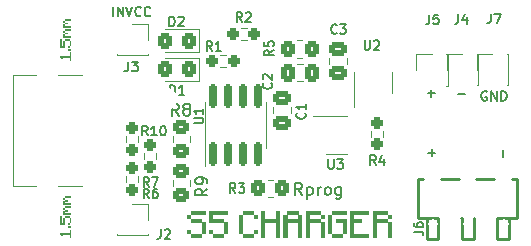
<source format=gbr>
%TF.GenerationSoftware,KiCad,Pcbnew,7.0.10*%
%TF.CreationDate,2024-03-07T14:05:51+00:00*%
%TF.ProjectId,tp4056,74703430-3536-42e6-9b69-6361645f7063,rev?*%
%TF.SameCoordinates,Original*%
%TF.FileFunction,Legend,Top*%
%TF.FilePolarity,Positive*%
%FSLAX46Y46*%
G04 Gerber Fmt 4.6, Leading zero omitted, Abs format (unit mm)*
G04 Created by KiCad (PCBNEW 7.0.10) date 2024-03-07 14:05:51*
%MOMM*%
%LPD*%
G01*
G04 APERTURE LIST*
G04 Aperture macros list*
%AMRoundRect*
0 Rectangle with rounded corners*
0 $1 Rounding radius*
0 $2 $3 $4 $5 $6 $7 $8 $9 X,Y pos of 4 corners*
0 Add a 4 corners polygon primitive as box body*
4,1,4,$2,$3,$4,$5,$6,$7,$8,$9,$2,$3,0*
0 Add four circle primitives for the rounded corners*
1,1,$1+$1,$2,$3*
1,1,$1+$1,$4,$5*
1,1,$1+$1,$6,$7*
1,1,$1+$1,$8,$9*
0 Add four rect primitives between the rounded corners*
20,1,$1+$1,$2,$3,$4,$5,0*
20,1,$1+$1,$4,$5,$6,$7,0*
20,1,$1+$1,$6,$7,$8,$9,0*
20,1,$1+$1,$8,$9,$2,$3,0*%
G04 Aperture macros list end*
%ADD10C,0.150000*%
%ADD11C,0.100000*%
%ADD12C,0.200000*%
%ADD13C,0.360000*%
%ADD14C,0.120000*%
%ADD15C,0.250000*%
%ADD16RoundRect,0.237500X0.237500X-0.250000X0.237500X0.250000X-0.237500X0.250000X-0.237500X-0.250000X0*%
%ADD17R,1.700000X1.700000*%
%ADD18RoundRect,0.250000X-0.350000X-0.450000X0.350000X-0.450000X0.350000X0.450000X-0.350000X0.450000X0*%
%ADD19RoundRect,0.150000X0.150000X-0.825000X0.150000X0.825000X-0.150000X0.825000X-0.150000X-0.825000X0*%
%ADD20R,3.000000X2.290000*%
%ADD21RoundRect,0.237500X-0.250000X-0.237500X0.250000X-0.237500X0.250000X0.237500X-0.250000X0.237500X0*%
%ADD22RoundRect,0.250000X-0.337500X-0.475000X0.337500X-0.475000X0.337500X0.475000X-0.337500X0.475000X0*%
%ADD23RoundRect,0.237500X-0.237500X0.250000X-0.237500X-0.250000X0.237500X-0.250000X0.237500X0.250000X0*%
%ADD24RoundRect,0.250000X0.325000X0.450000X-0.325000X0.450000X-0.325000X-0.450000X0.325000X-0.450000X0*%
%ADD25RoundRect,0.250000X0.475000X-0.337500X0.475000X0.337500X-0.475000X0.337500X-0.475000X-0.337500X0*%
%ADD26C,0.650000*%
%ADD27R,1.450000X0.600000*%
%ADD28R,1.450000X0.300000*%
%ADD29O,2.100000X1.000000*%
%ADD30O,1.600000X1.000000*%
%ADD31R,1.560000X0.650000*%
%ADD32RoundRect,0.250000X-0.475000X0.337500X-0.475000X-0.337500X0.475000X-0.337500X0.475000X0.337500X0*%
%ADD33RoundRect,0.250000X0.450000X-0.350000X0.450000X0.350000X-0.450000X0.350000X-0.450000X-0.350000X0*%
%ADD34C,1.000000*%
%ADD35R,1.000000X1.500000*%
%ADD36R,1.500000X2.000000*%
%ADD37R,0.650000X1.560000*%
%ADD38C,0.800000*%
%ADD39C,0.600000*%
%ADD40C,2.000000*%
G04 APERTURE END LIST*
D10*
X175480839Y-80820466D02*
X174871316Y-80820466D01*
X145688096Y-74222295D02*
X145688096Y-73422295D01*
X146069048Y-74222295D02*
X146069048Y-73422295D01*
X146069048Y-73422295D02*
X146526191Y-74222295D01*
X146526191Y-74222295D02*
X146526191Y-73422295D01*
X146792857Y-73422295D02*
X147059524Y-74222295D01*
X147059524Y-74222295D02*
X147326190Y-73422295D01*
X148050000Y-74146104D02*
X148011904Y-74184200D01*
X148011904Y-74184200D02*
X147897619Y-74222295D01*
X147897619Y-74222295D02*
X147821428Y-74222295D01*
X147821428Y-74222295D02*
X147707142Y-74184200D01*
X147707142Y-74184200D02*
X147630952Y-74108009D01*
X147630952Y-74108009D02*
X147592857Y-74031819D01*
X147592857Y-74031819D02*
X147554761Y-73879438D01*
X147554761Y-73879438D02*
X147554761Y-73765152D01*
X147554761Y-73765152D02*
X147592857Y-73612771D01*
X147592857Y-73612771D02*
X147630952Y-73536580D01*
X147630952Y-73536580D02*
X147707142Y-73460390D01*
X147707142Y-73460390D02*
X147821428Y-73422295D01*
X147821428Y-73422295D02*
X147897619Y-73422295D01*
X147897619Y-73422295D02*
X148011904Y-73460390D01*
X148011904Y-73460390D02*
X148050000Y-73498485D01*
X148850000Y-74146104D02*
X148811904Y-74184200D01*
X148811904Y-74184200D02*
X148697619Y-74222295D01*
X148697619Y-74222295D02*
X148621428Y-74222295D01*
X148621428Y-74222295D02*
X148507142Y-74184200D01*
X148507142Y-74184200D02*
X148430952Y-74108009D01*
X148430952Y-74108009D02*
X148392857Y-74031819D01*
X148392857Y-74031819D02*
X148354761Y-73879438D01*
X148354761Y-73879438D02*
X148354761Y-73765152D01*
X148354761Y-73765152D02*
X148392857Y-73612771D01*
X148392857Y-73612771D02*
X148430952Y-73536580D01*
X148430952Y-73536580D02*
X148507142Y-73460390D01*
X148507142Y-73460390D02*
X148621428Y-73422295D01*
X148621428Y-73422295D02*
X148697619Y-73422295D01*
X148697619Y-73422295D02*
X148811904Y-73460390D01*
X148811904Y-73460390D02*
X148850000Y-73498485D01*
X178700466Y-85529160D02*
X178700466Y-86138684D01*
X177328207Y-80612390D02*
X177252017Y-80574295D01*
X177252017Y-80574295D02*
X177137731Y-80574295D01*
X177137731Y-80574295D02*
X177023445Y-80612390D01*
X177023445Y-80612390D02*
X176947255Y-80688580D01*
X176947255Y-80688580D02*
X176909160Y-80764771D01*
X176909160Y-80764771D02*
X176871064Y-80917152D01*
X176871064Y-80917152D02*
X176871064Y-81031438D01*
X176871064Y-81031438D02*
X176909160Y-81183819D01*
X176909160Y-81183819D02*
X176947255Y-81260009D01*
X176947255Y-81260009D02*
X177023445Y-81336200D01*
X177023445Y-81336200D02*
X177137731Y-81374295D01*
X177137731Y-81374295D02*
X177213922Y-81374295D01*
X177213922Y-81374295D02*
X177328207Y-81336200D01*
X177328207Y-81336200D02*
X177366303Y-81298104D01*
X177366303Y-81298104D02*
X177366303Y-81031438D01*
X177366303Y-81031438D02*
X177213922Y-81031438D01*
X177709160Y-81374295D02*
X177709160Y-80574295D01*
X177709160Y-80574295D02*
X178166303Y-81374295D01*
X178166303Y-81374295D02*
X178166303Y-80574295D01*
X178547255Y-81374295D02*
X178547255Y-80574295D01*
X178547255Y-80574295D02*
X178737731Y-80574295D01*
X178737731Y-80574295D02*
X178852017Y-80612390D01*
X178852017Y-80612390D02*
X178928207Y-80688580D01*
X178928207Y-80688580D02*
X178966302Y-80764771D01*
X178966302Y-80764771D02*
X179004398Y-80917152D01*
X179004398Y-80917152D02*
X179004398Y-81031438D01*
X179004398Y-81031438D02*
X178966302Y-81183819D01*
X178966302Y-81183819D02*
X178928207Y-81260009D01*
X178928207Y-81260009D02*
X178852017Y-81336200D01*
X178852017Y-81336200D02*
X178737731Y-81374295D01*
X178737731Y-81374295D02*
X178547255Y-81374295D01*
X172649533Y-81040839D02*
X172649533Y-80431316D01*
X172954295Y-80736077D02*
X172344771Y-80736077D01*
X172679533Y-86080839D02*
X172679533Y-85471316D01*
X172984295Y-85776077D02*
X172374771Y-85776077D01*
D11*
G36*
X142163706Y-78000000D02*
G01*
X142011103Y-78000000D01*
X142011103Y-77724884D01*
X141463413Y-77724884D01*
X141463413Y-77862442D01*
X141310810Y-77862442D01*
X141310810Y-77724884D01*
X141175793Y-77724884D01*
X141175793Y-77572477D01*
X142011103Y-77572477D01*
X142011103Y-77287201D01*
X142163706Y-77287201D01*
X142163706Y-78000000D01*
G37*
G36*
X142163706Y-77160586D02*
G01*
X141876086Y-77160586D01*
X141876086Y-77008178D01*
X142163706Y-77008178D01*
X142163706Y-77160586D01*
G37*
G36*
X142163706Y-76740879D02*
G01*
X142011103Y-76740879D01*
X142011103Y-76305540D01*
X142163706Y-76305540D01*
X142163706Y-76740879D01*
G37*
G36*
X142023609Y-76880781D02*
G01*
X141873546Y-76880781D01*
X141873546Y-76728374D01*
X142023609Y-76728374D01*
X142023609Y-76880781D01*
G37*
G36*
X142023609Y-76318046D02*
G01*
X141585926Y-76318046D01*
X141585926Y-76167983D01*
X142023609Y-76167983D01*
X142023609Y-76318046D01*
G37*
G36*
X141603511Y-76880781D02*
G01*
X141175793Y-76880781D01*
X141175793Y-76167983D01*
X141328396Y-76167983D01*
X141328396Y-76728374D01*
X141450908Y-76728374D01*
X141450908Y-76305540D01*
X141603511Y-76305540D01*
X141603511Y-76880781D01*
G37*
G36*
X141876086Y-75761367D02*
G01*
X141588466Y-75761367D01*
X141588466Y-75613845D01*
X141876086Y-75613845D01*
X141876086Y-75761367D01*
G37*
G36*
X142163706Y-75478632D02*
G01*
X141588466Y-75478632D01*
X141588466Y-75328569D01*
X142163706Y-75328569D01*
X142163706Y-75478632D01*
G37*
G36*
X142163706Y-76041367D02*
G01*
X141450908Y-76041367D01*
X141450908Y-75748862D01*
X141603511Y-75748862D01*
X141603511Y-75888960D01*
X142163706Y-75888960D01*
X142163706Y-76041367D01*
G37*
G36*
X141603511Y-75618534D02*
G01*
X141450908Y-75618534D01*
X141450908Y-75466127D01*
X141603511Y-75466127D01*
X141603511Y-75618534D01*
G37*
G36*
X141876086Y-74921953D02*
G01*
X141588466Y-74921953D01*
X141588466Y-74774431D01*
X141876086Y-74774431D01*
X141876086Y-74921953D01*
G37*
G36*
X142163706Y-74639218D02*
G01*
X141588466Y-74639218D01*
X141588466Y-74489155D01*
X142163706Y-74489155D01*
X142163706Y-74639218D01*
G37*
G36*
X142163706Y-75201953D02*
G01*
X141450908Y-75201953D01*
X141450908Y-74909448D01*
X141603511Y-74909448D01*
X141603511Y-75049546D01*
X142163706Y-75049546D01*
X142163706Y-75201953D01*
G37*
G36*
X141603511Y-74779120D02*
G01*
X141450908Y-74779120D01*
X141450908Y-74626713D01*
X141603511Y-74626713D01*
X141603511Y-74779120D01*
G37*
G36*
X142163706Y-93000000D02*
G01*
X142011103Y-93000000D01*
X142011103Y-92724884D01*
X141463413Y-92724884D01*
X141463413Y-92862442D01*
X141310810Y-92862442D01*
X141310810Y-92724884D01*
X141175793Y-92724884D01*
X141175793Y-92572477D01*
X142011103Y-92572477D01*
X142011103Y-92287201D01*
X142163706Y-92287201D01*
X142163706Y-93000000D01*
G37*
G36*
X142163706Y-92160586D02*
G01*
X141876086Y-92160586D01*
X141876086Y-92008178D01*
X142163706Y-92008178D01*
X142163706Y-92160586D01*
G37*
G36*
X142163706Y-91740879D02*
G01*
X142011103Y-91740879D01*
X142011103Y-91305540D01*
X142163706Y-91305540D01*
X142163706Y-91740879D01*
G37*
G36*
X142023609Y-91880781D02*
G01*
X141873546Y-91880781D01*
X141873546Y-91728374D01*
X142023609Y-91728374D01*
X142023609Y-91880781D01*
G37*
G36*
X142023609Y-91318046D02*
G01*
X141585926Y-91318046D01*
X141585926Y-91167983D01*
X142023609Y-91167983D01*
X142023609Y-91318046D01*
G37*
G36*
X141603511Y-91880781D02*
G01*
X141175793Y-91880781D01*
X141175793Y-91167983D01*
X141328396Y-91167983D01*
X141328396Y-91728374D01*
X141450908Y-91728374D01*
X141450908Y-91305540D01*
X141603511Y-91305540D01*
X141603511Y-91880781D01*
G37*
G36*
X141876086Y-90761367D02*
G01*
X141588466Y-90761367D01*
X141588466Y-90613845D01*
X141876086Y-90613845D01*
X141876086Y-90761367D01*
G37*
G36*
X142163706Y-90478632D02*
G01*
X141588466Y-90478632D01*
X141588466Y-90328569D01*
X142163706Y-90328569D01*
X142163706Y-90478632D01*
G37*
G36*
X142163706Y-91041367D02*
G01*
X141450908Y-91041367D01*
X141450908Y-90748862D01*
X141603511Y-90748862D01*
X141603511Y-90888960D01*
X142163706Y-90888960D01*
X142163706Y-91041367D01*
G37*
G36*
X141603511Y-90618534D02*
G01*
X141450908Y-90618534D01*
X141450908Y-90466127D01*
X141603511Y-90466127D01*
X141603511Y-90618534D01*
G37*
G36*
X141876086Y-89921953D02*
G01*
X141588466Y-89921953D01*
X141588466Y-89774431D01*
X141876086Y-89774431D01*
X141876086Y-89921953D01*
G37*
G36*
X142163706Y-89639218D02*
G01*
X141588466Y-89639218D01*
X141588466Y-89489155D01*
X142163706Y-89489155D01*
X142163706Y-89639218D01*
G37*
G36*
X142163706Y-90201953D02*
G01*
X141450908Y-90201953D01*
X141450908Y-89909448D01*
X141603511Y-89909448D01*
X141603511Y-90049546D01*
X142163706Y-90049546D01*
X142163706Y-90201953D01*
G37*
G36*
X141603511Y-89779120D02*
G01*
X141450908Y-89779120D01*
X141450908Y-89626713D01*
X141603511Y-89626713D01*
X141603511Y-89779120D01*
G37*
D12*
X161691101Y-89367219D02*
X161357768Y-88891028D01*
X161119673Y-89367219D02*
X161119673Y-88367219D01*
X161119673Y-88367219D02*
X161500625Y-88367219D01*
X161500625Y-88367219D02*
X161595863Y-88414838D01*
X161595863Y-88414838D02*
X161643482Y-88462457D01*
X161643482Y-88462457D02*
X161691101Y-88557695D01*
X161691101Y-88557695D02*
X161691101Y-88700552D01*
X161691101Y-88700552D02*
X161643482Y-88795790D01*
X161643482Y-88795790D02*
X161595863Y-88843409D01*
X161595863Y-88843409D02*
X161500625Y-88891028D01*
X161500625Y-88891028D02*
X161119673Y-88891028D01*
X162119673Y-88700552D02*
X162119673Y-89700552D01*
X162119673Y-88748171D02*
X162214911Y-88700552D01*
X162214911Y-88700552D02*
X162405387Y-88700552D01*
X162405387Y-88700552D02*
X162500625Y-88748171D01*
X162500625Y-88748171D02*
X162548244Y-88795790D01*
X162548244Y-88795790D02*
X162595863Y-88891028D01*
X162595863Y-88891028D02*
X162595863Y-89176742D01*
X162595863Y-89176742D02*
X162548244Y-89271980D01*
X162548244Y-89271980D02*
X162500625Y-89319600D01*
X162500625Y-89319600D02*
X162405387Y-89367219D01*
X162405387Y-89367219D02*
X162214911Y-89367219D01*
X162214911Y-89367219D02*
X162119673Y-89319600D01*
X163024435Y-89367219D02*
X163024435Y-88700552D01*
X163024435Y-88891028D02*
X163072054Y-88795790D01*
X163072054Y-88795790D02*
X163119673Y-88748171D01*
X163119673Y-88748171D02*
X163214911Y-88700552D01*
X163214911Y-88700552D02*
X163310149Y-88700552D01*
X163786340Y-89367219D02*
X163691102Y-89319600D01*
X163691102Y-89319600D02*
X163643483Y-89271980D01*
X163643483Y-89271980D02*
X163595864Y-89176742D01*
X163595864Y-89176742D02*
X163595864Y-88891028D01*
X163595864Y-88891028D02*
X163643483Y-88795790D01*
X163643483Y-88795790D02*
X163691102Y-88748171D01*
X163691102Y-88748171D02*
X163786340Y-88700552D01*
X163786340Y-88700552D02*
X163929197Y-88700552D01*
X163929197Y-88700552D02*
X164024435Y-88748171D01*
X164024435Y-88748171D02*
X164072054Y-88795790D01*
X164072054Y-88795790D02*
X164119673Y-88891028D01*
X164119673Y-88891028D02*
X164119673Y-89176742D01*
X164119673Y-89176742D02*
X164072054Y-89271980D01*
X164072054Y-89271980D02*
X164024435Y-89319600D01*
X164024435Y-89319600D02*
X163929197Y-89367219D01*
X163929197Y-89367219D02*
X163786340Y-89367219D01*
X164976816Y-88700552D02*
X164976816Y-89510076D01*
X164976816Y-89510076D02*
X164929197Y-89605314D01*
X164929197Y-89605314D02*
X164881578Y-89652933D01*
X164881578Y-89652933D02*
X164786340Y-89700552D01*
X164786340Y-89700552D02*
X164643483Y-89700552D01*
X164643483Y-89700552D02*
X164548245Y-89652933D01*
X164976816Y-89319600D02*
X164881578Y-89367219D01*
X164881578Y-89367219D02*
X164691102Y-89367219D01*
X164691102Y-89367219D02*
X164595864Y-89319600D01*
X164595864Y-89319600D02*
X164548245Y-89271980D01*
X164548245Y-89271980D02*
X164500626Y-89176742D01*
X164500626Y-89176742D02*
X164500626Y-88891028D01*
X164500626Y-88891028D02*
X164548245Y-88795790D01*
X164548245Y-88795790D02*
X164595864Y-88748171D01*
X164595864Y-88748171D02*
X164691102Y-88700552D01*
X164691102Y-88700552D02*
X164881578Y-88700552D01*
X164881578Y-88700552D02*
X164976816Y-88748171D01*
D13*
G36*
X152250935Y-92968340D02*
G01*
X152250935Y-92624983D01*
X153230446Y-92624983D01*
X153230446Y-92968340D01*
X152250935Y-92968340D01*
G37*
G36*
X151936155Y-92653120D02*
G01*
X151936155Y-92315479D01*
X152279071Y-92315479D01*
X152279071Y-92653120D01*
X151936155Y-92653120D01*
G37*
G36*
X153202309Y-92653120D02*
G01*
X153202309Y-91668333D01*
X153539951Y-91668333D01*
X153539951Y-92653120D01*
X153202309Y-92653120D01*
G37*
G36*
X152250935Y-91707900D02*
G01*
X152250935Y-91364544D01*
X153230446Y-91364544D01*
X153230446Y-91707900D01*
X152250935Y-91707900D01*
G37*
G36*
X151936155Y-91392681D02*
G01*
X151936155Y-91049324D01*
X152279071Y-91049324D01*
X152279071Y-91392681D01*
X151936155Y-91392681D01*
G37*
G36*
X152250935Y-91088891D02*
G01*
X152250935Y-90745535D01*
X153539951Y-90745535D01*
X153539951Y-91088891D01*
X152250935Y-91088891D01*
G37*
G36*
X154139616Y-92968340D02*
G01*
X154139616Y-92624983D01*
X155119127Y-92624983D01*
X155119127Y-92968340D01*
X154139616Y-92968340D01*
G37*
G36*
X153824836Y-92653120D02*
G01*
X153824836Y-92315479D01*
X154167753Y-92315479D01*
X154167753Y-92653120D01*
X153824836Y-92653120D01*
G37*
G36*
X155090991Y-92653120D02*
G01*
X155090991Y-91668333D01*
X155428632Y-91668333D01*
X155428632Y-92653120D01*
X155090991Y-92653120D01*
G37*
G36*
X153824836Y-91707900D02*
G01*
X153824836Y-90745535D01*
X155428632Y-90745535D01*
X155428632Y-91088891D01*
X154167753Y-91088891D01*
X154167753Y-91364544D01*
X155119127Y-91364544D01*
X155119127Y-91707900D01*
X153824836Y-91707900D01*
G37*
G36*
X156657857Y-92968340D02*
G01*
X156657857Y-92624983D01*
X157637369Y-92624983D01*
X157637369Y-92968340D01*
X156657857Y-92968340D01*
G37*
G36*
X157609232Y-92653120D02*
G01*
X157609232Y-92315479D01*
X157946873Y-92315479D01*
X157946873Y-92653120D01*
X157609232Y-92653120D01*
G37*
G36*
X156343077Y-92653120D02*
G01*
X156343077Y-91049324D01*
X156685994Y-91049324D01*
X156685994Y-92653120D01*
X156343077Y-92653120D01*
G37*
G36*
X157609232Y-91392681D02*
G01*
X157609232Y-91049324D01*
X157946873Y-91049324D01*
X157946873Y-91392681D01*
X157609232Y-91392681D01*
G37*
G36*
X156657857Y-91088891D02*
G01*
X156657857Y-90745535D01*
X157637369Y-90745535D01*
X157637369Y-91088891D01*
X156657857Y-91088891D01*
G37*
G36*
X158231758Y-92968340D02*
G01*
X158231758Y-90745535D01*
X158574675Y-90745535D01*
X158574675Y-91364544D01*
X159492637Y-91364544D01*
X159492637Y-90745535D01*
X159835554Y-90745535D01*
X159835554Y-92968340D01*
X159492637Y-92968340D01*
X159492637Y-91707900D01*
X158574675Y-91707900D01*
X158574675Y-92968340D01*
X158231758Y-92968340D01*
G37*
G36*
X160120439Y-92968340D02*
G01*
X160120439Y-91055039D01*
X160463356Y-91055039D01*
X160463356Y-91364544D01*
X161386594Y-91364544D01*
X161386594Y-91055039D01*
X161724235Y-91055039D01*
X161724235Y-92968340D01*
X161386594Y-92968340D01*
X161386594Y-91707900D01*
X160463356Y-91707900D01*
X160463356Y-92968340D01*
X160120439Y-92968340D01*
G37*
G36*
X160435219Y-91088891D02*
G01*
X160435219Y-90745535D01*
X161414731Y-90745535D01*
X161414731Y-91088891D01*
X160435219Y-91088891D01*
G37*
G36*
X163270000Y-92968340D02*
G01*
X163270000Y-91674048D01*
X163612917Y-91674048D01*
X163612917Y-92968340D01*
X163270000Y-92968340D01*
G37*
G36*
X163270000Y-91392681D02*
G01*
X163270000Y-91049324D01*
X163612917Y-91049324D01*
X163612917Y-91392681D01*
X163270000Y-91392681D01*
G37*
G36*
X162009120Y-92968340D02*
G01*
X162009120Y-90745535D01*
X163298136Y-90745535D01*
X163298136Y-91088891D01*
X162352037Y-91088891D01*
X162352037Y-91364544D01*
X163298136Y-91364544D01*
X163298136Y-91707900D01*
X162352037Y-91707900D01*
X162352037Y-92968340D01*
X162009120Y-92968340D01*
G37*
G36*
X164212582Y-92968340D02*
G01*
X164212582Y-92624983D01*
X165192093Y-92624983D01*
X165192093Y-92968340D01*
X164212582Y-92968340D01*
G37*
G36*
X165163956Y-92653120D02*
G01*
X165163956Y-91707900D01*
X164530000Y-91707900D01*
X164530000Y-91364544D01*
X165501598Y-91364544D01*
X165501598Y-92653120D01*
X165163956Y-92653120D01*
G37*
G36*
X163897801Y-92653120D02*
G01*
X163897801Y-91055039D01*
X164240718Y-91055039D01*
X164240718Y-92653120D01*
X163897801Y-92653120D01*
G37*
G36*
X164212582Y-91088891D02*
G01*
X164212582Y-90745535D01*
X165501598Y-90745535D01*
X165501598Y-91088891D01*
X164212582Y-91088891D01*
G37*
G36*
X165786482Y-92968340D02*
G01*
X165786482Y-90745535D01*
X167390279Y-90745535D01*
X167390279Y-91088891D01*
X166129399Y-91088891D01*
X166129399Y-91364544D01*
X166757201Y-91364544D01*
X166757201Y-91707900D01*
X166129399Y-91707900D01*
X166129399Y-92624983D01*
X167390279Y-92624983D01*
X167390279Y-92968340D01*
X165786482Y-92968340D01*
G37*
G36*
X168936043Y-92968340D02*
G01*
X168936043Y-91674048D01*
X169278960Y-91674048D01*
X169278960Y-92968340D01*
X168936043Y-92968340D01*
G37*
G36*
X168936043Y-91392681D02*
G01*
X168936043Y-91049324D01*
X169278960Y-91049324D01*
X169278960Y-91392681D01*
X168936043Y-91392681D01*
G37*
G36*
X167675164Y-92968340D02*
G01*
X167675164Y-90745535D01*
X168964180Y-90745535D01*
X168964180Y-91088891D01*
X168018081Y-91088891D01*
X168018081Y-91364544D01*
X168964180Y-91364544D01*
X168964180Y-91707900D01*
X168018081Y-91707900D01*
X168018081Y-92968340D01*
X167675164Y-92968340D01*
G37*
D10*
X167926667Y-86812295D02*
X167660000Y-86431342D01*
X167469524Y-86812295D02*
X167469524Y-86012295D01*
X167469524Y-86012295D02*
X167774286Y-86012295D01*
X167774286Y-86012295D02*
X167850476Y-86050390D01*
X167850476Y-86050390D02*
X167888571Y-86088485D01*
X167888571Y-86088485D02*
X167926667Y-86164676D01*
X167926667Y-86164676D02*
X167926667Y-86278961D01*
X167926667Y-86278961D02*
X167888571Y-86355152D01*
X167888571Y-86355152D02*
X167850476Y-86393247D01*
X167850476Y-86393247D02*
X167774286Y-86431342D01*
X167774286Y-86431342D02*
X167469524Y-86431342D01*
X168612381Y-86278961D02*
X168612381Y-86812295D01*
X168421905Y-85974200D02*
X168231428Y-86545628D01*
X168231428Y-86545628D02*
X168726667Y-86545628D01*
X146963333Y-78092295D02*
X146963333Y-78663723D01*
X146963333Y-78663723D02*
X146925238Y-78778009D01*
X146925238Y-78778009D02*
X146849047Y-78854200D01*
X146849047Y-78854200D02*
X146734762Y-78892295D01*
X146734762Y-78892295D02*
X146658571Y-78892295D01*
X147268095Y-78092295D02*
X147763333Y-78092295D01*
X147763333Y-78092295D02*
X147496667Y-78397057D01*
X147496667Y-78397057D02*
X147610952Y-78397057D01*
X147610952Y-78397057D02*
X147687143Y-78435152D01*
X147687143Y-78435152D02*
X147725238Y-78473247D01*
X147725238Y-78473247D02*
X147763333Y-78549438D01*
X147763333Y-78549438D02*
X147763333Y-78739914D01*
X147763333Y-78739914D02*
X147725238Y-78816104D01*
X147725238Y-78816104D02*
X147687143Y-78854200D01*
X147687143Y-78854200D02*
X147610952Y-78892295D01*
X147610952Y-78892295D02*
X147382381Y-78892295D01*
X147382381Y-78892295D02*
X147306190Y-78854200D01*
X147306190Y-78854200D02*
X147268095Y-78816104D01*
X159282295Y-77093332D02*
X158901342Y-77359999D01*
X159282295Y-77550475D02*
X158482295Y-77550475D01*
X158482295Y-77550475D02*
X158482295Y-77245713D01*
X158482295Y-77245713D02*
X158520390Y-77169523D01*
X158520390Y-77169523D02*
X158558485Y-77131428D01*
X158558485Y-77131428D02*
X158634676Y-77093332D01*
X158634676Y-77093332D02*
X158748961Y-77093332D01*
X158748961Y-77093332D02*
X158825152Y-77131428D01*
X158825152Y-77131428D02*
X158863247Y-77169523D01*
X158863247Y-77169523D02*
X158901342Y-77245713D01*
X158901342Y-77245713D02*
X158901342Y-77550475D01*
X158482295Y-76369523D02*
X158482295Y-76750475D01*
X158482295Y-76750475D02*
X158863247Y-76788571D01*
X158863247Y-76788571D02*
X158825152Y-76750475D01*
X158825152Y-76750475D02*
X158787057Y-76674285D01*
X158787057Y-76674285D02*
X158787057Y-76483809D01*
X158787057Y-76483809D02*
X158825152Y-76407618D01*
X158825152Y-76407618D02*
X158863247Y-76369523D01*
X158863247Y-76369523D02*
X158939438Y-76331428D01*
X158939438Y-76331428D02*
X159129914Y-76331428D01*
X159129914Y-76331428D02*
X159206104Y-76369523D01*
X159206104Y-76369523D02*
X159244200Y-76407618D01*
X159244200Y-76407618D02*
X159282295Y-76483809D01*
X159282295Y-76483809D02*
X159282295Y-76674285D01*
X159282295Y-76674285D02*
X159244200Y-76750475D01*
X159244200Y-76750475D02*
X159206104Y-76788571D01*
X152502295Y-83299523D02*
X153149914Y-83299523D01*
X153149914Y-83299523D02*
X153226104Y-83261428D01*
X153226104Y-83261428D02*
X153264200Y-83223333D01*
X153264200Y-83223333D02*
X153302295Y-83147142D01*
X153302295Y-83147142D02*
X153302295Y-82994761D01*
X153302295Y-82994761D02*
X153264200Y-82918571D01*
X153264200Y-82918571D02*
X153226104Y-82880476D01*
X153226104Y-82880476D02*
X153149914Y-82842380D01*
X153149914Y-82842380D02*
X152502295Y-82842380D01*
X153302295Y-82042381D02*
X153302295Y-82499524D01*
X153302295Y-82270952D02*
X152502295Y-82270952D01*
X152502295Y-82270952D02*
X152616580Y-82347143D01*
X152616580Y-82347143D02*
X152692771Y-82423333D01*
X152692771Y-82423333D02*
X152730866Y-82499524D01*
X156616667Y-74682295D02*
X156350000Y-74301342D01*
X156159524Y-74682295D02*
X156159524Y-73882295D01*
X156159524Y-73882295D02*
X156464286Y-73882295D01*
X156464286Y-73882295D02*
X156540476Y-73920390D01*
X156540476Y-73920390D02*
X156578571Y-73958485D01*
X156578571Y-73958485D02*
X156616667Y-74034676D01*
X156616667Y-74034676D02*
X156616667Y-74148961D01*
X156616667Y-74148961D02*
X156578571Y-74225152D01*
X156578571Y-74225152D02*
X156540476Y-74263247D01*
X156540476Y-74263247D02*
X156464286Y-74301342D01*
X156464286Y-74301342D02*
X156159524Y-74301342D01*
X156921428Y-73958485D02*
X156959524Y-73920390D01*
X156959524Y-73920390D02*
X157035714Y-73882295D01*
X157035714Y-73882295D02*
X157226190Y-73882295D01*
X157226190Y-73882295D02*
X157302381Y-73920390D01*
X157302381Y-73920390D02*
X157340476Y-73958485D01*
X157340476Y-73958485D02*
X157378571Y-74034676D01*
X157378571Y-74034676D02*
X157378571Y-74110866D01*
X157378571Y-74110866D02*
X157340476Y-74225152D01*
X157340476Y-74225152D02*
X156883333Y-74682295D01*
X156883333Y-74682295D02*
X157378571Y-74682295D01*
X177673333Y-74032295D02*
X177673333Y-74603723D01*
X177673333Y-74603723D02*
X177635238Y-74718009D01*
X177635238Y-74718009D02*
X177559047Y-74794200D01*
X177559047Y-74794200D02*
X177444762Y-74832295D01*
X177444762Y-74832295D02*
X177368571Y-74832295D01*
X177978095Y-74032295D02*
X178511429Y-74032295D01*
X178511429Y-74032295D02*
X178168571Y-74832295D01*
X159073604Y-79888332D02*
X159111700Y-79926428D01*
X159111700Y-79926428D02*
X159149795Y-80040713D01*
X159149795Y-80040713D02*
X159149795Y-80116904D01*
X159149795Y-80116904D02*
X159111700Y-80231190D01*
X159111700Y-80231190D02*
X159035509Y-80307380D01*
X159035509Y-80307380D02*
X158959319Y-80345475D01*
X158959319Y-80345475D02*
X158806938Y-80383571D01*
X158806938Y-80383571D02*
X158692652Y-80383571D01*
X158692652Y-80383571D02*
X158540271Y-80345475D01*
X158540271Y-80345475D02*
X158464080Y-80307380D01*
X158464080Y-80307380D02*
X158387890Y-80231190D01*
X158387890Y-80231190D02*
X158349795Y-80116904D01*
X158349795Y-80116904D02*
X158349795Y-80040713D01*
X158349795Y-80040713D02*
X158387890Y-79926428D01*
X158387890Y-79926428D02*
X158425985Y-79888332D01*
X158425985Y-79583571D02*
X158387890Y-79545475D01*
X158387890Y-79545475D02*
X158349795Y-79469285D01*
X158349795Y-79469285D02*
X158349795Y-79278809D01*
X158349795Y-79278809D02*
X158387890Y-79202618D01*
X158387890Y-79202618D02*
X158425985Y-79164523D01*
X158425985Y-79164523D02*
X158502176Y-79126428D01*
X158502176Y-79126428D02*
X158578366Y-79126428D01*
X158578366Y-79126428D02*
X158692652Y-79164523D01*
X158692652Y-79164523D02*
X159149795Y-79621666D01*
X159149795Y-79621666D02*
X159149795Y-79126428D01*
X148726667Y-88669795D02*
X148460000Y-88288842D01*
X148269524Y-88669795D02*
X148269524Y-87869795D01*
X148269524Y-87869795D02*
X148574286Y-87869795D01*
X148574286Y-87869795D02*
X148650476Y-87907890D01*
X148650476Y-87907890D02*
X148688571Y-87945985D01*
X148688571Y-87945985D02*
X148726667Y-88022176D01*
X148726667Y-88022176D02*
X148726667Y-88136461D01*
X148726667Y-88136461D02*
X148688571Y-88212652D01*
X148688571Y-88212652D02*
X148650476Y-88250747D01*
X148650476Y-88250747D02*
X148574286Y-88288842D01*
X148574286Y-88288842D02*
X148269524Y-88288842D01*
X148993333Y-87869795D02*
X149526667Y-87869795D01*
X149526667Y-87869795D02*
X149183809Y-88669795D01*
X150457024Y-75052295D02*
X150457024Y-74252295D01*
X150457024Y-74252295D02*
X150647500Y-74252295D01*
X150647500Y-74252295D02*
X150761786Y-74290390D01*
X150761786Y-74290390D02*
X150837976Y-74366580D01*
X150837976Y-74366580D02*
X150876071Y-74442771D01*
X150876071Y-74442771D02*
X150914167Y-74595152D01*
X150914167Y-74595152D02*
X150914167Y-74709438D01*
X150914167Y-74709438D02*
X150876071Y-74861819D01*
X150876071Y-74861819D02*
X150837976Y-74938009D01*
X150837976Y-74938009D02*
X150761786Y-75014200D01*
X150761786Y-75014200D02*
X150647500Y-75052295D01*
X150647500Y-75052295D02*
X150457024Y-75052295D01*
X151218928Y-74328485D02*
X151257024Y-74290390D01*
X151257024Y-74290390D02*
X151333214Y-74252295D01*
X151333214Y-74252295D02*
X151523690Y-74252295D01*
X151523690Y-74252295D02*
X151599881Y-74290390D01*
X151599881Y-74290390D02*
X151637976Y-74328485D01*
X151637976Y-74328485D02*
X151676071Y-74404676D01*
X151676071Y-74404676D02*
X151676071Y-74480866D01*
X151676071Y-74480866D02*
X151637976Y-74595152D01*
X151637976Y-74595152D02*
X151180833Y-75052295D01*
X151180833Y-75052295D02*
X151676071Y-75052295D01*
X148726667Y-89634795D02*
X148460000Y-89253842D01*
X148269524Y-89634795D02*
X148269524Y-88834795D01*
X148269524Y-88834795D02*
X148574286Y-88834795D01*
X148574286Y-88834795D02*
X148650476Y-88872890D01*
X148650476Y-88872890D02*
X148688571Y-88910985D01*
X148688571Y-88910985D02*
X148726667Y-88987176D01*
X148726667Y-88987176D02*
X148726667Y-89101461D01*
X148726667Y-89101461D02*
X148688571Y-89177652D01*
X148688571Y-89177652D02*
X148650476Y-89215747D01*
X148650476Y-89215747D02*
X148574286Y-89253842D01*
X148574286Y-89253842D02*
X148269524Y-89253842D01*
X149412381Y-88834795D02*
X149260000Y-88834795D01*
X149260000Y-88834795D02*
X149183809Y-88872890D01*
X149183809Y-88872890D02*
X149145714Y-88910985D01*
X149145714Y-88910985D02*
X149069524Y-89025271D01*
X149069524Y-89025271D02*
X149031428Y-89177652D01*
X149031428Y-89177652D02*
X149031428Y-89482414D01*
X149031428Y-89482414D02*
X149069524Y-89558604D01*
X149069524Y-89558604D02*
X149107619Y-89596700D01*
X149107619Y-89596700D02*
X149183809Y-89634795D01*
X149183809Y-89634795D02*
X149336190Y-89634795D01*
X149336190Y-89634795D02*
X149412381Y-89596700D01*
X149412381Y-89596700D02*
X149450476Y-89558604D01*
X149450476Y-89558604D02*
X149488571Y-89482414D01*
X149488571Y-89482414D02*
X149488571Y-89291938D01*
X149488571Y-89291938D02*
X149450476Y-89215747D01*
X149450476Y-89215747D02*
X149412381Y-89177652D01*
X149412381Y-89177652D02*
X149336190Y-89139557D01*
X149336190Y-89139557D02*
X149183809Y-89139557D01*
X149183809Y-89139557D02*
X149107619Y-89177652D01*
X149107619Y-89177652D02*
X149069524Y-89215747D01*
X149069524Y-89215747D02*
X149031428Y-89291938D01*
X161936104Y-82413332D02*
X161974200Y-82451428D01*
X161974200Y-82451428D02*
X162012295Y-82565713D01*
X162012295Y-82565713D02*
X162012295Y-82641904D01*
X162012295Y-82641904D02*
X161974200Y-82756190D01*
X161974200Y-82756190D02*
X161898009Y-82832380D01*
X161898009Y-82832380D02*
X161821819Y-82870475D01*
X161821819Y-82870475D02*
X161669438Y-82908571D01*
X161669438Y-82908571D02*
X161555152Y-82908571D01*
X161555152Y-82908571D02*
X161402771Y-82870475D01*
X161402771Y-82870475D02*
X161326580Y-82832380D01*
X161326580Y-82832380D02*
X161250390Y-82756190D01*
X161250390Y-82756190D02*
X161212295Y-82641904D01*
X161212295Y-82641904D02*
X161212295Y-82565713D01*
X161212295Y-82565713D02*
X161250390Y-82451428D01*
X161250390Y-82451428D02*
X161288485Y-82413332D01*
X162012295Y-81651428D02*
X162012295Y-82108571D01*
X162012295Y-81879999D02*
X161212295Y-81879999D01*
X161212295Y-81879999D02*
X161326580Y-81956190D01*
X161326580Y-81956190D02*
X161402771Y-82032380D01*
X161402771Y-82032380D02*
X161440866Y-82108571D01*
X154066667Y-77162295D02*
X153800000Y-76781342D01*
X153609524Y-77162295D02*
X153609524Y-76362295D01*
X153609524Y-76362295D02*
X153914286Y-76362295D01*
X153914286Y-76362295D02*
X153990476Y-76400390D01*
X153990476Y-76400390D02*
X154028571Y-76438485D01*
X154028571Y-76438485D02*
X154066667Y-76514676D01*
X154066667Y-76514676D02*
X154066667Y-76628961D01*
X154066667Y-76628961D02*
X154028571Y-76705152D01*
X154028571Y-76705152D02*
X153990476Y-76743247D01*
X153990476Y-76743247D02*
X153914286Y-76781342D01*
X153914286Y-76781342D02*
X153609524Y-76781342D01*
X154828571Y-77162295D02*
X154371428Y-77162295D01*
X154600000Y-77162295D02*
X154600000Y-76362295D01*
X154600000Y-76362295D02*
X154523809Y-76476580D01*
X154523809Y-76476580D02*
X154447619Y-76552771D01*
X154447619Y-76552771D02*
X154371428Y-76590866D01*
X163900476Y-86322295D02*
X163900476Y-86969914D01*
X163900476Y-86969914D02*
X163938571Y-87046104D01*
X163938571Y-87046104D02*
X163976666Y-87084200D01*
X163976666Y-87084200D02*
X164052857Y-87122295D01*
X164052857Y-87122295D02*
X164205238Y-87122295D01*
X164205238Y-87122295D02*
X164281428Y-87084200D01*
X164281428Y-87084200D02*
X164319523Y-87046104D01*
X164319523Y-87046104D02*
X164357619Y-86969914D01*
X164357619Y-86969914D02*
X164357619Y-86322295D01*
X164662380Y-86322295D02*
X165157618Y-86322295D01*
X165157618Y-86322295D02*
X164890952Y-86627057D01*
X164890952Y-86627057D02*
X165005237Y-86627057D01*
X165005237Y-86627057D02*
X165081428Y-86665152D01*
X165081428Y-86665152D02*
X165119523Y-86703247D01*
X165119523Y-86703247D02*
X165157618Y-86779438D01*
X165157618Y-86779438D02*
X165157618Y-86969914D01*
X165157618Y-86969914D02*
X165119523Y-87046104D01*
X165119523Y-87046104D02*
X165081428Y-87084200D01*
X165081428Y-87084200D02*
X165005237Y-87122295D01*
X165005237Y-87122295D02*
X164776666Y-87122295D01*
X164776666Y-87122295D02*
X164700475Y-87084200D01*
X164700475Y-87084200D02*
X164662380Y-87046104D01*
X148625714Y-84319795D02*
X148359047Y-83938842D01*
X148168571Y-84319795D02*
X148168571Y-83519795D01*
X148168571Y-83519795D02*
X148473333Y-83519795D01*
X148473333Y-83519795D02*
X148549523Y-83557890D01*
X148549523Y-83557890D02*
X148587618Y-83595985D01*
X148587618Y-83595985D02*
X148625714Y-83672176D01*
X148625714Y-83672176D02*
X148625714Y-83786461D01*
X148625714Y-83786461D02*
X148587618Y-83862652D01*
X148587618Y-83862652D02*
X148549523Y-83900747D01*
X148549523Y-83900747D02*
X148473333Y-83938842D01*
X148473333Y-83938842D02*
X148168571Y-83938842D01*
X149387618Y-84319795D02*
X148930475Y-84319795D01*
X149159047Y-84319795D02*
X149159047Y-83519795D01*
X149159047Y-83519795D02*
X149082856Y-83634080D01*
X149082856Y-83634080D02*
X149006666Y-83710271D01*
X149006666Y-83710271D02*
X148930475Y-83748366D01*
X149882857Y-83519795D02*
X149959047Y-83519795D01*
X149959047Y-83519795D02*
X150035238Y-83557890D01*
X150035238Y-83557890D02*
X150073333Y-83595985D01*
X150073333Y-83595985D02*
X150111428Y-83672176D01*
X150111428Y-83672176D02*
X150149523Y-83824557D01*
X150149523Y-83824557D02*
X150149523Y-84015033D01*
X150149523Y-84015033D02*
X150111428Y-84167414D01*
X150111428Y-84167414D02*
X150073333Y-84243604D01*
X150073333Y-84243604D02*
X150035238Y-84281700D01*
X150035238Y-84281700D02*
X149959047Y-84319795D01*
X149959047Y-84319795D02*
X149882857Y-84319795D01*
X149882857Y-84319795D02*
X149806666Y-84281700D01*
X149806666Y-84281700D02*
X149768571Y-84243604D01*
X149768571Y-84243604D02*
X149730476Y-84167414D01*
X149730476Y-84167414D02*
X149692380Y-84015033D01*
X149692380Y-84015033D02*
X149692380Y-83824557D01*
X149692380Y-83824557D02*
X149730476Y-83672176D01*
X149730476Y-83672176D02*
X149768571Y-83595985D01*
X149768571Y-83595985D02*
X149806666Y-83557890D01*
X149806666Y-83557890D02*
X149882857Y-83519795D01*
X164646667Y-75646104D02*
X164608571Y-75684200D01*
X164608571Y-75684200D02*
X164494286Y-75722295D01*
X164494286Y-75722295D02*
X164418095Y-75722295D01*
X164418095Y-75722295D02*
X164303809Y-75684200D01*
X164303809Y-75684200D02*
X164227619Y-75608009D01*
X164227619Y-75608009D02*
X164189524Y-75531819D01*
X164189524Y-75531819D02*
X164151428Y-75379438D01*
X164151428Y-75379438D02*
X164151428Y-75265152D01*
X164151428Y-75265152D02*
X164189524Y-75112771D01*
X164189524Y-75112771D02*
X164227619Y-75036580D01*
X164227619Y-75036580D02*
X164303809Y-74960390D01*
X164303809Y-74960390D02*
X164418095Y-74922295D01*
X164418095Y-74922295D02*
X164494286Y-74922295D01*
X164494286Y-74922295D02*
X164608571Y-74960390D01*
X164608571Y-74960390D02*
X164646667Y-74998485D01*
X164913333Y-74922295D02*
X165408571Y-74922295D01*
X165408571Y-74922295D02*
X165141905Y-75227057D01*
X165141905Y-75227057D02*
X165256190Y-75227057D01*
X165256190Y-75227057D02*
X165332381Y-75265152D01*
X165332381Y-75265152D02*
X165370476Y-75303247D01*
X165370476Y-75303247D02*
X165408571Y-75379438D01*
X165408571Y-75379438D02*
X165408571Y-75569914D01*
X165408571Y-75569914D02*
X165370476Y-75646104D01*
X165370476Y-75646104D02*
X165332381Y-75684200D01*
X165332381Y-75684200D02*
X165256190Y-75722295D01*
X165256190Y-75722295D02*
X165027619Y-75722295D01*
X165027619Y-75722295D02*
X164951428Y-75684200D01*
X164951428Y-75684200D02*
X164913333Y-75646104D01*
X174933333Y-74052295D02*
X174933333Y-74623723D01*
X174933333Y-74623723D02*
X174895238Y-74738009D01*
X174895238Y-74738009D02*
X174819047Y-74814200D01*
X174819047Y-74814200D02*
X174704762Y-74852295D01*
X174704762Y-74852295D02*
X174628571Y-74852295D01*
X175657143Y-74318961D02*
X175657143Y-74852295D01*
X175466667Y-74014200D02*
X175276190Y-74585628D01*
X175276190Y-74585628D02*
X175771429Y-74585628D01*
X149743333Y-92262295D02*
X149743333Y-92833723D01*
X149743333Y-92833723D02*
X149705238Y-92948009D01*
X149705238Y-92948009D02*
X149629047Y-93024200D01*
X149629047Y-93024200D02*
X149514762Y-93062295D01*
X149514762Y-93062295D02*
X149438571Y-93062295D01*
X150086190Y-92338485D02*
X150124286Y-92300390D01*
X150124286Y-92300390D02*
X150200476Y-92262295D01*
X150200476Y-92262295D02*
X150390952Y-92262295D01*
X150390952Y-92262295D02*
X150467143Y-92300390D01*
X150467143Y-92300390D02*
X150505238Y-92338485D01*
X150505238Y-92338485D02*
X150543333Y-92414676D01*
X150543333Y-92414676D02*
X150543333Y-92490866D01*
X150543333Y-92490866D02*
X150505238Y-92605152D01*
X150505238Y-92605152D02*
X150048095Y-93062295D01*
X150048095Y-93062295D02*
X150543333Y-93062295D01*
X151263333Y-82634819D02*
X150930000Y-82158628D01*
X150691905Y-82634819D02*
X150691905Y-81634819D01*
X150691905Y-81634819D02*
X151072857Y-81634819D01*
X151072857Y-81634819D02*
X151168095Y-81682438D01*
X151168095Y-81682438D02*
X151215714Y-81730057D01*
X151215714Y-81730057D02*
X151263333Y-81825295D01*
X151263333Y-81825295D02*
X151263333Y-81968152D01*
X151263333Y-81968152D02*
X151215714Y-82063390D01*
X151215714Y-82063390D02*
X151168095Y-82111009D01*
X151168095Y-82111009D02*
X151072857Y-82158628D01*
X151072857Y-82158628D02*
X150691905Y-82158628D01*
X151834762Y-82063390D02*
X151739524Y-82015771D01*
X151739524Y-82015771D02*
X151691905Y-81968152D01*
X151691905Y-81968152D02*
X151644286Y-81872914D01*
X151644286Y-81872914D02*
X151644286Y-81825295D01*
X151644286Y-81825295D02*
X151691905Y-81730057D01*
X151691905Y-81730057D02*
X151739524Y-81682438D01*
X151739524Y-81682438D02*
X151834762Y-81634819D01*
X151834762Y-81634819D02*
X152025238Y-81634819D01*
X152025238Y-81634819D02*
X152120476Y-81682438D01*
X152120476Y-81682438D02*
X152168095Y-81730057D01*
X152168095Y-81730057D02*
X152215714Y-81825295D01*
X152215714Y-81825295D02*
X152215714Y-81872914D01*
X152215714Y-81872914D02*
X152168095Y-81968152D01*
X152168095Y-81968152D02*
X152120476Y-82015771D01*
X152120476Y-82015771D02*
X152025238Y-82063390D01*
X152025238Y-82063390D02*
X151834762Y-82063390D01*
X151834762Y-82063390D02*
X151739524Y-82111009D01*
X151739524Y-82111009D02*
X151691905Y-82158628D01*
X151691905Y-82158628D02*
X151644286Y-82253866D01*
X151644286Y-82253866D02*
X151644286Y-82444342D01*
X151644286Y-82444342D02*
X151691905Y-82539580D01*
X151691905Y-82539580D02*
X151739524Y-82587200D01*
X151739524Y-82587200D02*
X151834762Y-82634819D01*
X151834762Y-82634819D02*
X152025238Y-82634819D01*
X152025238Y-82634819D02*
X152120476Y-82587200D01*
X152120476Y-82587200D02*
X152168095Y-82539580D01*
X152168095Y-82539580D02*
X152215714Y-82444342D01*
X152215714Y-82444342D02*
X152215714Y-82253866D01*
X152215714Y-82253866D02*
X152168095Y-82158628D01*
X152168095Y-82158628D02*
X152120476Y-82111009D01*
X152120476Y-82111009D02*
X152025238Y-82063390D01*
X153664819Y-88826666D02*
X153188628Y-89159999D01*
X153664819Y-89398094D02*
X152664819Y-89398094D01*
X152664819Y-89398094D02*
X152664819Y-89017142D01*
X152664819Y-89017142D02*
X152712438Y-88921904D01*
X152712438Y-88921904D02*
X152760057Y-88874285D01*
X152760057Y-88874285D02*
X152855295Y-88826666D01*
X152855295Y-88826666D02*
X152998152Y-88826666D01*
X152998152Y-88826666D02*
X153093390Y-88874285D01*
X153093390Y-88874285D02*
X153141009Y-88921904D01*
X153141009Y-88921904D02*
X153188628Y-89017142D01*
X153188628Y-89017142D02*
X153188628Y-89398094D01*
X153664819Y-88350475D02*
X153664819Y-88159999D01*
X153664819Y-88159999D02*
X153617200Y-88064761D01*
X153617200Y-88064761D02*
X153569580Y-88017142D01*
X153569580Y-88017142D02*
X153426723Y-87921904D01*
X153426723Y-87921904D02*
X153236247Y-87874285D01*
X153236247Y-87874285D02*
X152855295Y-87874285D01*
X152855295Y-87874285D02*
X152760057Y-87921904D01*
X152760057Y-87921904D02*
X152712438Y-87969523D01*
X152712438Y-87969523D02*
X152664819Y-88064761D01*
X152664819Y-88064761D02*
X152664819Y-88255237D01*
X152664819Y-88255237D02*
X152712438Y-88350475D01*
X152712438Y-88350475D02*
X152760057Y-88398094D01*
X152760057Y-88398094D02*
X152855295Y-88445713D01*
X152855295Y-88445713D02*
X153093390Y-88445713D01*
X153093390Y-88445713D02*
X153188628Y-88398094D01*
X153188628Y-88398094D02*
X153236247Y-88350475D01*
X153236247Y-88350475D02*
X153283866Y-88255237D01*
X153283866Y-88255237D02*
X153283866Y-88064761D01*
X153283866Y-88064761D02*
X153236247Y-87969523D01*
X153236247Y-87969523D02*
X153188628Y-87921904D01*
X153188628Y-87921904D02*
X153093390Y-87874285D01*
X171132295Y-92456666D02*
X171703723Y-92456666D01*
X171703723Y-92456666D02*
X171818009Y-92494761D01*
X171818009Y-92494761D02*
X171894200Y-92570952D01*
X171894200Y-92570952D02*
X171932295Y-92685237D01*
X171932295Y-92685237D02*
X171932295Y-92761428D01*
X171132295Y-91732856D02*
X171132295Y-91885237D01*
X171132295Y-91885237D02*
X171170390Y-91961428D01*
X171170390Y-91961428D02*
X171208485Y-91999523D01*
X171208485Y-91999523D02*
X171322771Y-92075713D01*
X171322771Y-92075713D02*
X171475152Y-92113809D01*
X171475152Y-92113809D02*
X171779914Y-92113809D01*
X171779914Y-92113809D02*
X171856104Y-92075713D01*
X171856104Y-92075713D02*
X171894200Y-92037618D01*
X171894200Y-92037618D02*
X171932295Y-91961428D01*
X171932295Y-91961428D02*
X171932295Y-91809047D01*
X171932295Y-91809047D02*
X171894200Y-91732856D01*
X171894200Y-91732856D02*
X171856104Y-91694761D01*
X171856104Y-91694761D02*
X171779914Y-91656666D01*
X171779914Y-91656666D02*
X171589438Y-91656666D01*
X171589438Y-91656666D02*
X171513247Y-91694761D01*
X171513247Y-91694761D02*
X171475152Y-91732856D01*
X171475152Y-91732856D02*
X171437057Y-91809047D01*
X171437057Y-91809047D02*
X171437057Y-91961428D01*
X171437057Y-91961428D02*
X171475152Y-92037618D01*
X171475152Y-92037618D02*
X171513247Y-92075713D01*
X171513247Y-92075713D02*
X171589438Y-92113809D01*
X150507024Y-80862295D02*
X150507024Y-80062295D01*
X150507024Y-80062295D02*
X150697500Y-80062295D01*
X150697500Y-80062295D02*
X150811786Y-80100390D01*
X150811786Y-80100390D02*
X150887976Y-80176580D01*
X150887976Y-80176580D02*
X150926071Y-80252771D01*
X150926071Y-80252771D02*
X150964167Y-80405152D01*
X150964167Y-80405152D02*
X150964167Y-80519438D01*
X150964167Y-80519438D02*
X150926071Y-80671819D01*
X150926071Y-80671819D02*
X150887976Y-80748009D01*
X150887976Y-80748009D02*
X150811786Y-80824200D01*
X150811786Y-80824200D02*
X150697500Y-80862295D01*
X150697500Y-80862295D02*
X150507024Y-80862295D01*
X151726071Y-80862295D02*
X151268928Y-80862295D01*
X151497500Y-80862295D02*
X151497500Y-80062295D01*
X151497500Y-80062295D02*
X151421309Y-80176580D01*
X151421309Y-80176580D02*
X151345119Y-80252771D01*
X151345119Y-80252771D02*
X151268928Y-80290866D01*
X156056667Y-89172295D02*
X155790000Y-88791342D01*
X155599524Y-89172295D02*
X155599524Y-88372295D01*
X155599524Y-88372295D02*
X155904286Y-88372295D01*
X155904286Y-88372295D02*
X155980476Y-88410390D01*
X155980476Y-88410390D02*
X156018571Y-88448485D01*
X156018571Y-88448485D02*
X156056667Y-88524676D01*
X156056667Y-88524676D02*
X156056667Y-88638961D01*
X156056667Y-88638961D02*
X156018571Y-88715152D01*
X156018571Y-88715152D02*
X155980476Y-88753247D01*
X155980476Y-88753247D02*
X155904286Y-88791342D01*
X155904286Y-88791342D02*
X155599524Y-88791342D01*
X156323333Y-88372295D02*
X156818571Y-88372295D01*
X156818571Y-88372295D02*
X156551905Y-88677057D01*
X156551905Y-88677057D02*
X156666190Y-88677057D01*
X156666190Y-88677057D02*
X156742381Y-88715152D01*
X156742381Y-88715152D02*
X156780476Y-88753247D01*
X156780476Y-88753247D02*
X156818571Y-88829438D01*
X156818571Y-88829438D02*
X156818571Y-89019914D01*
X156818571Y-89019914D02*
X156780476Y-89096104D01*
X156780476Y-89096104D02*
X156742381Y-89134200D01*
X156742381Y-89134200D02*
X156666190Y-89172295D01*
X156666190Y-89172295D02*
X156437619Y-89172295D01*
X156437619Y-89172295D02*
X156361428Y-89134200D01*
X156361428Y-89134200D02*
X156323333Y-89096104D01*
X172473333Y-74082295D02*
X172473333Y-74653723D01*
X172473333Y-74653723D02*
X172435238Y-74768009D01*
X172435238Y-74768009D02*
X172359047Y-74844200D01*
X172359047Y-74844200D02*
X172244762Y-74882295D01*
X172244762Y-74882295D02*
X172168571Y-74882295D01*
X173235238Y-74082295D02*
X172854286Y-74082295D01*
X172854286Y-74082295D02*
X172816190Y-74463247D01*
X172816190Y-74463247D02*
X172854286Y-74425152D01*
X172854286Y-74425152D02*
X172930476Y-74387057D01*
X172930476Y-74387057D02*
X173120952Y-74387057D01*
X173120952Y-74387057D02*
X173197143Y-74425152D01*
X173197143Y-74425152D02*
X173235238Y-74463247D01*
X173235238Y-74463247D02*
X173273333Y-74539438D01*
X173273333Y-74539438D02*
X173273333Y-74729914D01*
X173273333Y-74729914D02*
X173235238Y-74806104D01*
X173235238Y-74806104D02*
X173197143Y-74844200D01*
X173197143Y-74844200D02*
X173120952Y-74882295D01*
X173120952Y-74882295D02*
X172930476Y-74882295D01*
X172930476Y-74882295D02*
X172854286Y-74844200D01*
X172854286Y-74844200D02*
X172816190Y-74806104D01*
X166980476Y-76282295D02*
X166980476Y-76929914D01*
X166980476Y-76929914D02*
X167018571Y-77006104D01*
X167018571Y-77006104D02*
X167056666Y-77044200D01*
X167056666Y-77044200D02*
X167132857Y-77082295D01*
X167132857Y-77082295D02*
X167285238Y-77082295D01*
X167285238Y-77082295D02*
X167361428Y-77044200D01*
X167361428Y-77044200D02*
X167399523Y-77006104D01*
X167399523Y-77006104D02*
X167437619Y-76929914D01*
X167437619Y-76929914D02*
X167437619Y-76282295D01*
X167780475Y-76358485D02*
X167818571Y-76320390D01*
X167818571Y-76320390D02*
X167894761Y-76282295D01*
X167894761Y-76282295D02*
X168085237Y-76282295D01*
X168085237Y-76282295D02*
X168161428Y-76320390D01*
X168161428Y-76320390D02*
X168199523Y-76358485D01*
X168199523Y-76358485D02*
X168237618Y-76434676D01*
X168237618Y-76434676D02*
X168237618Y-76510866D01*
X168237618Y-76510866D02*
X168199523Y-76625152D01*
X168199523Y-76625152D02*
X167742380Y-77082295D01*
X167742380Y-77082295D02*
X168237618Y-77082295D01*
D14*
%TO.C,R4*%
X167497500Y-84424724D02*
X167497500Y-83915276D01*
X168542500Y-84424724D02*
X168542500Y-83915276D01*
%TO.C,J3*%
X145990000Y-77410000D02*
X145990000Y-77530000D01*
X145990000Y-77530000D02*
X148650000Y-77530000D01*
X147320000Y-74870000D02*
X148650000Y-74870000D01*
X148650000Y-74870000D02*
X148650000Y-76200000D01*
X148650000Y-77410000D02*
X148650000Y-77530000D01*
%TO.C,R5*%
X161272936Y-76265000D02*
X161727064Y-76265000D01*
X161272936Y-77735000D02*
X161727064Y-77735000D01*
%TO.C,U1*%
X153490000Y-83430000D02*
X153490000Y-86880000D01*
X153490000Y-83430000D02*
X153490000Y-81480000D01*
X158610000Y-83430000D02*
X158610000Y-85380000D01*
X158610000Y-83430000D02*
X158610000Y-81480000D01*
%TO.C,R2*%
X156495276Y-75227500D02*
X157004724Y-75227500D01*
X156495276Y-76272500D02*
X157004724Y-76272500D01*
%TO.C,J7*%
X179010000Y-80070000D02*
X179130000Y-80070000D01*
X179130000Y-80070000D02*
X179130000Y-77410000D01*
X176470000Y-78740000D02*
X176470000Y-77410000D01*
X176470000Y-77410000D02*
X177800000Y-77410000D01*
X179010000Y-77410000D02*
X179130000Y-77410000D01*
%TO.C,C2*%
X161238748Y-78265000D02*
X161761252Y-78265000D01*
X161238748Y-79735000D02*
X161761252Y-79735000D01*
%TO.C,R7*%
X149342500Y-85812776D02*
X149342500Y-86322224D01*
X148297500Y-85812776D02*
X148297500Y-86322224D01*
%TO.C,D2*%
X152957500Y-77250000D02*
X152957500Y-75330000D01*
X152957500Y-75330000D02*
X150097500Y-75330000D01*
X150097500Y-77250000D02*
X152957500Y-77250000D01*
%TO.C,R6*%
X147812500Y-87755276D02*
X147812500Y-88264724D01*
X146767500Y-87755276D02*
X146767500Y-88264724D01*
%TO.C,C1*%
X159265000Y-82461252D02*
X159265000Y-81938748D01*
X160735000Y-82461252D02*
X160735000Y-81938748D01*
%TO.C,R1*%
X154745276Y-77477500D02*
X155254724Y-77477500D01*
X154745276Y-78522500D02*
X155254724Y-78522500D01*
%TO.C,J8*%
X143050000Y-79220000D02*
X141050000Y-79220000D01*
X139150000Y-79220000D02*
X137250000Y-79220000D01*
X137250000Y-79220000D02*
X137250000Y-88620000D01*
X143050000Y-88620000D02*
X141050000Y-88620000D01*
X139150000Y-88620000D02*
X137250000Y-88620000D01*
%TO.C,U3*%
X163740000Y-85880000D02*
X165540000Y-85880000D01*
X165540000Y-82660000D02*
X162590000Y-82660000D01*
%TO.C,R10*%
X146757500Y-84894724D02*
X146757500Y-84385276D01*
X147802500Y-84894724D02*
X147802500Y-84385276D01*
%TO.C,C3*%
X165485000Y-77738748D02*
X165485000Y-78261252D01*
X164015000Y-77738748D02*
X164015000Y-78261252D01*
%TO.C,J4*%
X176470000Y-80070000D02*
X176590000Y-80070000D01*
X176590000Y-80070000D02*
X176590000Y-77410000D01*
X173930000Y-78740000D02*
X173930000Y-77410000D01*
X173930000Y-77410000D02*
X175260000Y-77410000D01*
X176470000Y-77410000D02*
X176590000Y-77410000D01*
%TO.C,J2*%
X145990000Y-92650000D02*
X145990000Y-92770000D01*
X145990000Y-92770000D02*
X148650000Y-92770000D01*
X147320000Y-90110000D02*
X148650000Y-90110000D01*
X148650000Y-90110000D02*
X148650000Y-91440000D01*
X148650000Y-92650000D02*
X148650000Y-92770000D01*
%TO.C,R8*%
X150735000Y-84847064D02*
X150735000Y-84392936D01*
X152205000Y-84847064D02*
X152205000Y-84392936D01*
%TO.C,R9*%
X150745000Y-88587064D02*
X150745000Y-88132936D01*
X152215000Y-88587064D02*
X152215000Y-88132936D01*
D15*
%TO.C,J6*%
X171510000Y-87970000D02*
X171510000Y-91280000D01*
X171510000Y-91280000D02*
X173220000Y-91280000D01*
X171970000Y-87970000D02*
X171510000Y-87970000D01*
X172230000Y-91280000D02*
X172250000Y-91280000D01*
X172250000Y-91280000D02*
X172250000Y-93060000D01*
X172250000Y-93060000D02*
X173220000Y-93060000D01*
X173220000Y-93060000D02*
X173220000Y-91280000D01*
X174970000Y-87970000D02*
X173430000Y-87970000D01*
X175180000Y-91280000D02*
X175200000Y-91280000D01*
X175200000Y-91280000D02*
X175200000Y-93060000D01*
X175200000Y-93060000D02*
X176220000Y-93060000D01*
X176220000Y-93060000D02*
X176220000Y-91280000D01*
X177970000Y-87970000D02*
X176430000Y-87970000D01*
X178180000Y-91280000D02*
X178240000Y-91280000D01*
X178180000Y-91280000D02*
X179890000Y-91280000D01*
X178240000Y-91280000D02*
X178240000Y-93060000D01*
X178240000Y-93060000D02*
X179200000Y-93060000D01*
X179200000Y-93060000D02*
X179200000Y-91280000D01*
X179890000Y-87970000D02*
X179430000Y-87970000D01*
X179890000Y-91280000D02*
X179890000Y-87970000D01*
D14*
%TO.C,D1*%
X152957500Y-79682000D02*
X152957500Y-77762000D01*
X152957500Y-77762000D02*
X150097500Y-77762000D01*
X150097500Y-79682000D02*
X152957500Y-79682000D01*
%TO.C,R3*%
X158772936Y-88065000D02*
X159227064Y-88065000D01*
X158772936Y-89535000D02*
X159227064Y-89535000D01*
%TO.C,J5*%
X173915000Y-80095000D02*
X174035000Y-80095000D01*
X174035000Y-80095000D02*
X174035000Y-77435000D01*
X171375000Y-78765000D02*
X171375000Y-77435000D01*
X171375000Y-77435000D02*
X172705000Y-77435000D01*
X173915000Y-77435000D02*
X174035000Y-77435000D01*
%TO.C,U2*%
X169340000Y-80760000D02*
X169340000Y-78960000D01*
X166120000Y-78960000D02*
X166120000Y-81910000D01*
%TD*%
%LPC*%
D16*
%TO.C,R4*%
X168020000Y-85082500D03*
X168020000Y-83257500D03*
%TD*%
D17*
%TO.C,J3*%
X147320000Y-76200000D03*
%TD*%
D18*
%TO.C,R5*%
X160500000Y-77000000D03*
X162500000Y-77000000D03*
%TD*%
D19*
%TO.C,U1*%
X154145000Y-85905000D03*
X155415000Y-85905000D03*
X156685000Y-85905000D03*
X157955000Y-85905000D03*
X157955000Y-80955000D03*
X156685000Y-80955000D03*
X155415000Y-80955000D03*
X154145000Y-80955000D03*
D20*
X156050000Y-83430000D03*
%TD*%
D21*
%TO.C,R2*%
X155837500Y-75750000D03*
X157662500Y-75750000D03*
%TD*%
D17*
%TO.C,J7*%
X177800000Y-78740000D03*
%TD*%
D22*
%TO.C,C2*%
X160462500Y-79000000D03*
X162537500Y-79000000D03*
%TD*%
D23*
%TO.C,R7*%
X148820000Y-85155000D03*
X148820000Y-86980000D03*
%TD*%
D24*
%TO.C,D2*%
X152122500Y-76290000D03*
X150072500Y-76290000D03*
%TD*%
D23*
%TO.C,R6*%
X147290000Y-87097500D03*
X147290000Y-88922500D03*
%TD*%
D25*
%TO.C,C1*%
X160000000Y-83237500D03*
X160000000Y-81162500D03*
%TD*%
D21*
%TO.C,R1*%
X154087500Y-78000000D03*
X155912500Y-78000000D03*
%TD*%
D26*
%TO.C,J8*%
X143750000Y-81030000D03*
X143750000Y-86810000D03*
D27*
X145195000Y-80670000D03*
X145195000Y-81470000D03*
D28*
X145195000Y-82670000D03*
X145195000Y-83670000D03*
X145195000Y-84170000D03*
X145195000Y-85170000D03*
D27*
X145195000Y-86370000D03*
X145195000Y-87170000D03*
X145195000Y-87170000D03*
X145195000Y-86370000D03*
D28*
X145195000Y-85670000D03*
X145195000Y-84670000D03*
X145195000Y-83170000D03*
X145195000Y-82170000D03*
D27*
X145195000Y-81470000D03*
X145195000Y-80670000D03*
D29*
X144280000Y-79600000D03*
D30*
X140100000Y-79600000D03*
D29*
X144280000Y-88240000D03*
D30*
X140100000Y-88240000D03*
%TD*%
D31*
%TO.C,U3*%
X163290000Y-83320000D03*
X163290000Y-84270000D03*
X163290000Y-85220000D03*
X165990000Y-85220000D03*
X165990000Y-84270000D03*
X165990000Y-83320000D03*
%TD*%
D16*
%TO.C,R10*%
X147280000Y-85552500D03*
X147280000Y-83727500D03*
%TD*%
D32*
%TO.C,C3*%
X164750000Y-76962500D03*
X164750000Y-79037500D03*
%TD*%
D17*
%TO.C,J4*%
X175260000Y-78740000D03*
%TD*%
%TO.C,J2*%
X147320000Y-91440000D03*
%TD*%
D33*
%TO.C,R8*%
X151470000Y-85620000D03*
X151470000Y-83620000D03*
%TD*%
%TO.C,R9*%
X151480000Y-89360000D03*
X151480000Y-87360000D03*
%TD*%
D34*
%TO.C,J6*%
X174200000Y-89730000D03*
X177200000Y-89730000D03*
D35*
X172700000Y-87450000D03*
X175700000Y-87450000D03*
X178700000Y-87450000D03*
D36*
X174200000Y-91810000D03*
X177200000Y-91810000D03*
%TD*%
D24*
%TO.C,D1*%
X152122500Y-78722000D03*
X150072500Y-78722000D03*
%TD*%
D18*
%TO.C,R3*%
X158000000Y-88800000D03*
X160000000Y-88800000D03*
%TD*%
D17*
%TO.C,J5*%
X172705000Y-78765000D03*
%TD*%
D37*
%TO.C,U2*%
X166780000Y-81210000D03*
X167730000Y-81210000D03*
X168680000Y-81210000D03*
X168680000Y-78510000D03*
X167730000Y-78510000D03*
X166780000Y-78510000D03*
%TD*%
D38*
X178750000Y-91840000D03*
X146570000Y-79980000D03*
X175720000Y-91850000D03*
D39*
X156050000Y-83430000D03*
D38*
X172760000Y-91840000D03*
D40*
X169788629Y-83271371D03*
X150072500Y-81217500D03*
X160000000Y-85500000D03*
X164230000Y-81170000D03*
%LPD*%
M02*

</source>
